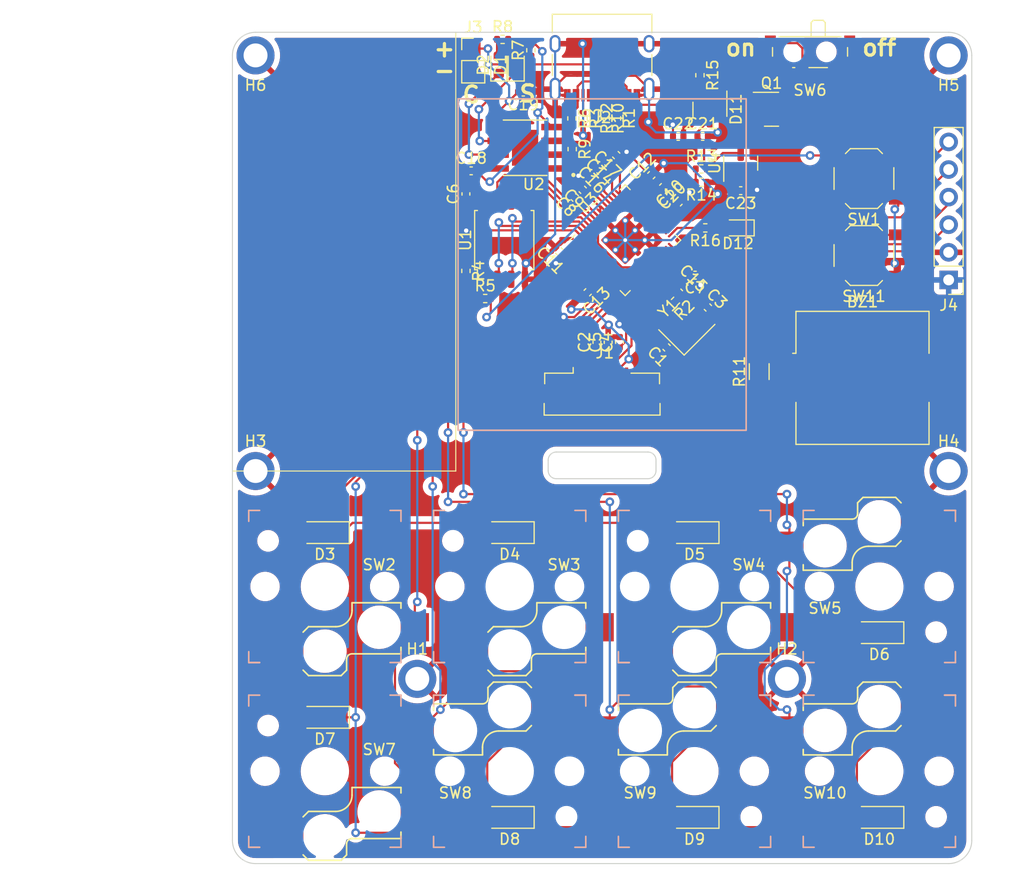
<source format=kicad_pcb>
(kicad_pcb (version 20211014) (generator pcbnew)
  (layers (0 "F.Cu" signal) (31 "B.Cu" signal) (34 "B.Paste" user) (35 "F.Paste" user) (36 "B.SilkS" user "B.Silkscreen") (37 "F.SilkS" user "F.Silkscreen") (38 "B.Mask" user) (39 "F.Mask" user) (44 "Edge.Cuts" user))
  (net 0 "")
  (net 1 "Net-(BZ1-Pad1)")
  (net 2 "GND")
  (net 3 "XIN")
  (net 4 "Net-(C3-Pad1)")
  (net 5 "+3V3")
  (net 6 "+1V1")
  (net 7 "Net-(C18-Pad2)")
  (net 8 "+BATT")
  (net 9 "ADC_BAT")
  (net 10 "Net-(D1-Pad1)")
  (net 11 "Net-(D1-Pad2)")
  (net 12 "Net-(D2-Pad1)")
  (net 13 "Net-(D2-Pad2)")
  (net 14 "Net-(D3-Pad2)")
  (net 15 "Net-(D4-Pad2)")
  (net 16 "Net-(D5-Pad2)")
  (net 17 "Net-(D6-Pad2)")
  (net 18 "Net-(D7-Pad2)")
  (net 19 "Net-(D8-Pad2)")
  (net 20 "Net-(D9-Pad2)")
  (net 21 "Net-(D10-Pad2)")
  (net 23 "VBUS")
  (net 24 "SPI1_SCK{slash}SHARP_SCK")
  (net 25 "SPI1_TX{slash}SHARP_MOSI")
  (net 26 "SHARP_CS")
  (net 27 "SHARP_VCOM")
  (net 28 "SHARP_EXTMODE")
  (net 29 "Net-(J2-PadA5)")
  (net 30 "D+")
  (net 31 "D-")
  (net 33 "Net-(J2-PadB5)")
  (net 35 "Net-(Q1-Pad3)")
  (net 36 "XOUT")
  (net 37 "QSPI_SS")
  (net 38 "/~{USB_BOOT}")
  (net 39 "Net-(J2-PadA6)")
  (net 40 "Net-(J2-PadA7)")
  (net 41 "ROW_0")
  (net 42 "ROW_1")
  (net 43 "COL_0")
  (net 44 "COL_1")
  (net 45 "/~{RESET}")
  (net 46 "QSPI_SD1")
  (net 47 "QSPI_SD2")
  (net 48 "QSPI_SD0")
  (net 49 "QSPI_SCLK")
  (net 50 "QSPI_SD3")
  (net 62 "COL_2")
  (net 63 "COL_3")
  (net 64 "SWD")
  (net 65 "SWCLK")
  (net 66 "BUZZ")
  (net 67 "Net-(D12-Pad2)")
  (net 68 "LED")
  (net 73 "Net-(R9-Pad2)")
  (net 75 "Net-(C21-Pad1)")
  (net 76 "UART0_TX")
  (net 77 "UART0_RX")
  (footprint "Resistor_SMD:R_0402_1005Metric" (layer "F.Cu") (at 43.975 20.675 -90)
    (fp_text reference "R6")
    (fp_text value "0.4")
  )
  (footprint "Resistor_SMD:R_0402_1005Metric" (layer "F.Cu") (at 47.05 20.675 -90)
    (fp_text reference "R10")
    (fp_text value "27")
  )
  (footprint "Capacitor_SMD:C_0402_1005Metric" (layer "F.Cu") (at 54.325 36.2 -45)
    (fp_text reference "C15")
    (fp_text value "0.1u")
  )
  (footprint "Capacitor_SMD:C_0402_1005Metric" (layer "F.Cu") (at 53.75 22.325)
    (fp_text reference "C22")
    (fp_text value "1u")
  )
  (footprint "Button_Switch_SMD:SW_SPST_TL3342" (layer "F.Cu") (at 70.8333 26.208321 180)
    (fp_text reference "SW1")
    (fp_text value "SW_Push")
  )
  (footprint "Capacitor_SMD:C_0402_1005Metric" (layer "F.Cu") (at 56.481094 38.075018 -45)
    (fp_text reference "C3")
    (fp_text value "30p")
  )
  (footprint "Capacitor_SMD:C_0402_1005Metric" (layer "F.Cu") (at 47.325 24.775 135)
    (fp_text reference "C14")
    (fp_text value "0.1u")
  )
  (footprint "Capacitor_SMD:C_0402_1005Metric" (layer "F.Cu") (at 45.425 36.675 -135)
    (fp_text reference "C13")
    (fp_text value "0.1u")
  )
  (footprint "MountingHole:MountingHole_2.2mm_M2_ISO7380_Pad" (layer "F.Cu") (at 14.874993 53.124975)
    (fp_text reference "H3")
    (fp_text value "MountingHole_Pad")
  )
  (footprint "Capacitor_SMD:C_0402_1005Metric" (layer "F.Cu") (at 39.5 18.25 180)
    (fp_text reference "C19")
    (fp_text value "10u")
  )
  (footprint "Connector_PinHeader_2.00mm:PinHeader_1x02_P2.00mm_Vertical" (layer "F.Cu") (at 34.9 14.35)
    (fp_text reference "J3")
    (fp_text value "Conn_01x02_Female")
  )
  (footprint "Resistor_SMD:R_0402_1005Metric" (layer "F.Cu") (at 40.2 14.4 90)
    (fp_text reference "R7")
    (fp_text value "1k")
  )
  (footprint "Connector_FFC-FPC:Molex_54548-1071_1x10-1MP_P0.5mm_Horizontal" (layer "F.Cu") (at 46.75 45.125)
    (fp_text reference "J1")
    (fp_text value "Conn_01x10_Female")
  )
  (footprint "Capacitor_SMD:C_0402_1005Metric" (layer "F.Cu") (at 48.05 24.05 135)
    (fp_text reference "C17")
    (fp_text value "1u")
  )
  (footprint "MountingHole:MountingHole_2.2mm_M2_ISO7380_Pad" (layer "F.Cu") (at 78.624963 53.124975)
    (fp_text reference "H4")
    (fp_text value "MountingHole_Pad")
  )
  (footprint "Package_TO_SOT_SMD:SOT-23" (layer "F.Cu") (at 59.499972 24.791655 90)
    (fp_text reference "U4")
    (fp_text value "XC6206PxxxMR")
  )
  (footprint "Resistor_SMD:R_0402_1005Metric" (layer "F.Cu") (at 48.075 20.675 -90)
    (fp_text reference "R1")
    (fp_text value "5.1k")
  )
  (footprint "Diode_SMD:D_SOD-123" (layer "F.Cu") (at 55.249974 84.99996 180)
    (fp_text reference "D9")
    (fp_text value "D")
  )
  (footprint "Diode_SMD:D_SOD-123" (layer "F.Cu") (at 55.249974 58.791639 180)
    (fp_text reference "D5")
    (fp_text value "D")
  )
  (footprint "Resistor_SMD:R_0402_1005Metric" (layer "F.Cu") (at 53.497734 37.5 -135)
    (fp_text reference "R2")
    (fp_text value "1k")
  )
  (footprint "Diode_SMD:D_SOD-123" (layer "F.Cu") (at 21.24999 75.791631 180)
    (fp_text reference "D7")
    (fp_text value "D")
  )
  (footprint "Capacitor_SMD:C_0402_1005Metric" (layer "F.Cu") (at 59.5 27.325 180)
    (fp_text reference "C23")
    (fp_text value "10u")
  )
  (footprint "Capacitor_SMD:C_0402_1005Metric" (layer "F.Cu") (at 34.225 27.624987 90)
    (fp_text reference "C6")
    (fp_text value "0.1u")
  )
  (footprint "Capacitor_SMD:C_0402_1005Metric" (layer "F.Cu") (at 53.775 28.4 45)
    (fp_text reference "C10")
    (fp_text value "0.1u")
  )
  (footprint "Resistor_SMD:R_0402_1005Metric" (layer "F.Cu") (at 56.24 30.75 180)
    (fp_text reference "R16")
    (fp_text value "1k")
  )
  (footprint "LED_SMD:LED_0603_1608Metric" (layer "F.Cu") (at 59.25 30.75 180)
    (fp_text reference "D12")
    (fp_text value "LED_Green")
  )
  (footprint "Diode_SMD:D_SOD-123" (layer "F.Cu") (at 21.24999 58.791639 180)
    (fp_text reference "D3")
    (fp_text value "D")
  )
  (footprint "Button_Switch_SMD:SW_SPDT_PCM12" (layer "F.Cu") (at 65.874969 14.874993 180)
    (fp_text reference "SW6")
    (fp_text value "SW_Push_SPDT")
  )
  (footprint "Capacitor_SMD:C_0402_1005Metric" (layer "F.Cu") (at 34.708317 25.499988)
    (fp_text reference "C18")
    (fp_text value "10u")
  )
  (footprint "Capacitor_SMD:C_0402_1005Metric" (layer "F.Cu") (at 55.3 35.1 180)
    (fp_text reference "C7")
    (fp_text value "0.1u")
  )
  (footprint "Capacitor_SMD:C_0402_1005Metric" (layer "F.Cu") (at 51.275 25.9 45)
    (fp_text reference "C12")
    (fp_text value "0.1u")
  )
  (footprint "MountingHole:MountingHole_2.2mm_M2_ISO7380_Pad" (layer "F.Cu") (at 63.74997 72.249966)
    (fp_text reference "H2")
    (fp_text value "MountingHole_Pad")
  )
  (footprint "Resistor_SMD:R_0402_1005Metric" (layer "F.Cu") (at 55.875 26.55 180)
    (fp_text reference "R14")
    (fp_text value "470k")
  )
  (footprint "LED_SMD:LED_0603_1608Metric" (layer "F.Cu") (at 38.85 15.75 90)
    (fp_text reference "D1")
    (fp_text value "LED_Green")
  )
  (footprint "Resistor_SMD:R_1206_3216Metric" (layer "F.Cu") (at 61.2 43.975 90)
    (fp_text reference "R11")
    (fp_text value "1k")
  )
  (footprint "Capacitor_SMD:C_0402_1005Metric" (layer "F.Cu") (at 47.308311 41.275 90)
    (fp_text reference "C5")
    (fp_text value "1u")
  )
  (footprint "Diode_SMD:D_SOD-123" (layer "F.Cu") (at 38.249982 58.791639 180)
    (fp_text reference "D4")
    (fp_text value "D")
  )
  (footprint "Connector_USB:USB_C_Receptacle_XKB_U262-16XN-4BVC11" (layer "F.Cu") (at 46.749978 14.874993 180)
    (fp_text reference "J2")
    (fp_text value "USB_C_Receptacle_USB2.0")
  )
  (footprint "Capacitor_SMD:C_0402_1005Metric" (layer "F.Cu") (at 44.24 27.97 135)
    (fp_text reference "C8")
    (fp_text value "0.1u")
  )
  (footprint "Package_TO_SOT_SMD:SOT-23" (layer "F.Cu") (at 56.66664 19.833324 -90)
    (fp_text reference "D11")
    (fp_text value "BAT54C")
  )
  (footprint "Resistor_SMD:R_0402_1005Metric" (layer "F.Cu") (at 46.025 20.675 -90)
    (fp_text reference "R12")
    (fp_text value "27")
  )
  (footprint "Buzzer_Beeper:Buzzer_Murata_PKLCS1212E" (layer "F.Cu") (at 70.7 44.55)
    (fp_text reference "BZ1")
    (fp_text value "Buzzer")
  )
  (footprint "MountingHole:MountingHole_2.2mm_M2_ISO7380_Pad" (layer "F.Cu") (at 29.749986 72.249966)
    (fp_text reference "H1")
    (fp_text value "MountingHole_Pad")
  )
  (footprint "Resistor_SMD:R_0402_1005Metric" (layer "F.Cu") (at 55.75 16.7 -90)
    (fp_text reference "R15")
    (fp_text value "10k")
  )
  (footprint "Resistor_SMD:R_0402_1005Metric" (layer "F.Cu") (at 36 37.25)
    (fp_text reference "R5")
    (fp_text value "1k")
  )
  (footprint "Capacitor_SMD:C_0402_1005Metric" (layer "F.Cu") (at 56 22.325)
    (fp_text reference "C21")
    (fp_text value "1u")
  )
  (footprint "Resistor_SMD:R_0402_1005Metric" (layer "F.Cu") (at 44 23.5 -90)
    (fp_text reference "R9")
    (fp_text value "10k")
  )
  (footprint "Button_Switch_SMD:SW_SPST_TL3342" (layer "F.Cu") (at 70.8333 33.291651 180)
    (fp_text reference "SW11")
    (fp_text value "SW_Push")
  )
  (footprint "Package_TO_SOT_SMD:SOT-23" (layer "F.Cu") (at 62.333304 19.833324)
    (fp_text reference "Q1")
    (fp_text value "AO3401A")
  )
  (footprint "Resistor_SMD:R_0402_1005Metric" (layer "F.Cu") (at 37.6 13.4)
    (fp_text reference "R8")
    (fp_text value "1k")
  )
  (footprint "Resistor_SMD:R_0402_1005Metric" (layer "F.Cu") (at 45 20.675 -90)
    (fp_text reference "R3")
    (fp_text value "5.1k")
  )
  (footprint "Package_SO:SOIC-8_5.23x5.23mm_P1.27mm" (layer "F.Cu") (at 37.75 31.874985 90)
    (fp_text reference "U1")
    (fp_text value "W25Q128JVS")
  )
  (footprint "Capacitor_SMD:C_0402_1005Metric" (layer "F.Cu") (at 44.965 27.245 135)
    (fp_text reference "C9")
    (fp_text value "0.1u")
  )
  (footprint "MCU_RaspberryPi_and_Boards:RP2040-QFN-56" (layer "F.Cu") (at 48.874977 31.874985 45)
    (fp_text reference "U3")
    (fp_text value "RP2040")
  )
  (footprint "Resistor_SMD:R_0402_1005Metric" (layer "F.Cu") (at 55.875 25.325)
    (fp_text reference "R13")
    (fp_text value "470k")
  )
  (footprint "Capacitor_SMD:C_0402_1005Metric" (layer "F.Cu") (at 52.681094 41.750018 135)
    (fp_text reference "C1")
    (fp_text value "30p")
  )
  (footprint "Capacitor_SMD:C_0402_1005Metric" (layer "F.Cu") (at 42.8 32.9 135)
    (fp_text reference "C11")
    (fp_text value "0.1u")
  )
  (footprint "Capacitor_SMD:C_0402_1005Metric" (layer "F.Cu") (at 52.375 27 -135)
    (fp_text reference "C20")
    (fp_text value "0.1u")
  )
  (footprint "TP4056:SOP127P600X175-9N" (layer "F.Cu") (at 39.666648 23.374989 180)
    (fp_text reference "U2")
    (fp_text value "TP4056")
  )
  (footprint "Crystal:Crystal_SMD_3225-4Pin_3.2x2.5mm" (layer "F.Cu") (at 54.543876 39.876777 45)
    (fp_text reference "Y1")
    (fp_text value "Crystal_GND24_Small")
  )
  (footprint "LED_SMD:LED_0603_1608Metric" (layer "F.Cu") (at 37.25 15.75 90)
    (fp_text reference "D2")
    (fp_text value "LED_Red")
  )
  (footprint "Resistor_SMD:R_0402_1005Metric" (layer "F.Cu") (at 34.225 34.708317 -90)
    (fp_text reference "R4")
    (fp_text value "DNF")
  )
  (footprint "Diode_SMD:D_SOD-123" (layer "F.Cu") (at 72.249966 67.999968 180)
    (fp_text reference "D6")
    (fp_text value "D")
  )
  (footprint "Diode_SMD:D_SOD-123" (layer "F.Cu") (at 38.249982 84.99996 180)
    (fp_text reference "D8")
    (fp_text value "D")
  )
  (footprint "Connector_PinHeader_2.54mm:PinHeader_1x06_P2.54mm_Vertical" (layer "F.Cu") (at 78.624963 35.538319 180)
    (fp_text reference "J4")
    (fp_text value "Conn_01x06_Female")
  )
  (footprint "Capacitor_SMD:C_0402_1005Metric" (layer "F.Cu") (at 48.35 41.275 90)
    (fp_text reference "C4")
    (fp_text value "1u")
  )
  (footprint "MountingHole:MountingHole_2.2mm_M2_ISO7380_Pad" (layer "F.Cu") (at 78.624963 14.874993 180)
    (fp_text reference "H5")
    (fp_text value "MountingHole_Pad")
  )
  (footprint "Capacitor_SMD:C_0402_1005Metric" (layer "F.Cu") (at 46.275 41.275 90)
    (fp_text reference "C2")
    (fp_text value "0.1u")
  )
  (footprint "MountingHole:MountingHole_2.2mm_M2_ISO7380_Pad" (layer "F.Cu") (at 14.874993 14.874993 180)
    (fp_text reference "H6")
    (fp_text value "MountingHole_Pad")
  )
  (footprint "Diode_SMD:D_SOD-123" (layer "F.Cu") (at 72.249966 84.99996 180)
    (fp_text reference "D10")
    (fp_text value "D")
  )
  (footprint "Capacitor_SMD:C_0402_1005Metric" (layer "F.Cu") (at 46.6 25.5 135)
    (fp_text reference "C16")
    (fp_text value "1u")
  )
  (footprint "keyswitches:Kailh_socket_PG1350" (layer "B.Cu") (at 72.249966 80.749962)
    (fp_text reference "SW10")
    (fp_text value "Choc")
  )
  (footprint "keyswitches:Kailh_socket_PG1350" (layer "B.Cu") (at 21.24999 80.749962 180)
    (fp_text reference "SW7")
    (fp_text value "Choc")
  )
  (footprint "keyswitches:Kailh_socket_PG1350" (layer "B.Cu") (at 72.249966 63.74997)
    (fp_text reference "SW5")
    (fp_text value "Choc")
  )
  (footprint "keyswitches:Kailh_socket_PG1350" (layer "B.Cu") (at 38.249982 63.74997 180)
    (fp_text reference "SW3")
    (fp_text value "Choc")
  )
  (footprint "keyswitches:Kailh_socket_PG1350" (layer "B.Cu") (at 55.249974 80.749962)
    (fp_text reference "SW9")
    (fp_text value "Choc")
  )
  (footprint "keyswitches:Kailh_socket_PG1350" (layer "B.Cu") (at 38.249982 80.749962)
    (fp_text reference "SW8")
    (fp_text value "Choc")
  )
  (footprint "keyswitches:Kailh_socket_PG1350" (layer "B.Cu") (at 21.24999 63.74997 180)
    (fp_text reference "SW2")
    (fp_text value "Choc")
  )
  (footprint "keyswitches:Kailh_socket_PG1350" (layer "B.Cu") (at 55.249974 63.74997 180)
    (fp_text reference "SW4")
    (fp_text value "Choc")
  )
  (gr_rect (start 33.5 49.375) (end 60 18.875) (layer "B.SilkS") (width 0.15) (fill none))
  (gr_line (start 33.291651 12.749994) (end 33.291651 53.124975) (layer "F.SilkS") (width 0.1))
  (gr_line (start 33.291651 53.124975) (end 12.749994 53.124975) (layer "F.SilkS") (width 0.1))
  (gr_line (start 80.749962 87.124959) (end 80.749962 14.874993) (layer "Edge.Cuts") (width 0.1))
  (gr_arc (start 80.749962 87.124959) (mid 80.127564 88.62756) (end 78.624963 89.249958) (layer "Edge.Cuts") (width 0.1))
  (gr_arc (start 42.541647 53.833308) (mid 42.011317 53.613638) (end 41.791647 53.083308) (layer "Edge.Cuts") (width 0.1))
  (gr_arc (start 14.874993 89.249958) (mid 13.372392 88.62756) (end 12.749994 87.124959) (layer "Edge.Cuts") (width 0.1))
  (gr_line (start 14.874993 12.749994) (end 78.624963 12.749994) (layer "Edge.Cuts") (width 0.1))
  (gr_line (start 14.874993 89.249958) (end 78.624963 89.249958) (layer "Edge.Cuts") (width 0.1))
  (gr_arc (start 51.708309 53.083308) (mid 51.488639 53.613638) (end 50.958309 53.833308) (layer "Edge.Cuts") (width 0.1))
  (gr_arc (start 50.958309 51.375) (mid 51.488639 51.59467) (end 51.708309 52.125) (layer "Edge.Cuts") (width 0.1))
  (gr_arc (start 12.749994 14.874993) (mid 13.372392 13.372392) (end 14.874993 12.749994) (layer "Edge.Cuts") (width 0.1))
  (gr_arc (start 78.624963 12.749994) (mid 80.127564 13.372392) (end 80.749962 14.874993) (layer "Edge.Cuts") (width 0.1))
  (gr_line (start 41.791647 53.083308) (end 41.791647 52.125) (layer "Edge.Cuts") (width 0.1))
  (gr_line (start 42.541647 51.375) (end 50.958309 51.375) (layer "Edge.Cuts") (width 0.1))
  (gr_line (start 12.749994 14.874993) (end 12.749994 87.124959) (layer "Edge.Cuts") (width 0.1))
  (gr_arc (start 41.791647 52.125) (mid 42.011317 51.59467) (end 42.541647 51.375) (layer "Edge.Cuts") (width 0.1))
  (gr_line (start 50.958309 53.833308) (end 42.541647 53.833308) (layer "Edge.Cuts") (width 0.1))
  (gr_line (start 51.708309 53.083308) (end 51.708309 52.125) (layer "Edge.Cuts") (width 0.1))
  (gr_text "off" (at 72.249966 14.16666) (layer "F.SilkS") (effects (font (size 1.5 1.5) (thickness 0.3))))
  (gr_text "+" (at 32.25 14.25) (layer "F.SilkS") (effects (font (size 1.5 1.5) (thickness 0.3)) (justify mirror)))
  (gr_text "S" (at 39.9 18.4) (layer "F.SilkS") (effects (font (size 1.5 1.5) (thickness 0.3))))
  (gr_text "-" (at 32.25 16.25) (layer "F.SilkS") (effects (font (size 1.5 1.5) (thickness 0.3)) (justify mirror)))
  (gr_text "C" (at 34.7 18.5) (layer "F.SilkS") (effects (font (size 1.5 1.5) (thickness 0.3))))
  (gr_text "on" (at 59.499972 14.16666) (layer "F.SilkS") (effects (font (size 1.5 1.5) (thickness 0.3))))
  (segment (start 61.2 45.4375) (end 62.0875 44.55) (width 0.2) (layer "F.Cu") (net 1))
  (segment (start 62.0875 44.55) (end 65.1 44.55) (width 0.2) (layer "F.Cu") (net 1))
  (segment (start 53.165018 40.053554) (end 53.165018 40.587272) (width 0.2) (layer "F.Cu") (net 2))
  (segment (start 49.863903 16.75) (end 51.069978 17.956075) (width 0.2) (layer "F.Cu") (net 2))
  (segment (start 51.647708 25.560589) (end 52.416642 24.791655) (width 0.2) (layer "F.Cu") (net 2))
  (segment (start 50.815 21.185) (end 51 21) (width 0.2) (layer "F.Cu") (net 2))
  (segment (start 43.905581 26.905589) (end 43.426168 26.426176) (width 0.2) (layer "F.Cu") (net 2))
  (segment (start 73.666632 33.999984) (end 73.666632 34.874983) (width 0.2) (layer "F.Cu") (net 2))
  (segment (start 50.099978 18.544993) (end 50.504978 18.544993) (width 0.2) (layer "F.Cu") (net 2))
  (segment (start 49 44.1) (end 48.5 44.1) (width 0.2) (layer "F.Cu") (net 2))
  (segment (start 55.9 36.9) (end 56.8 36) (width 0.2) (layer "F.Cu") (net 2))
  (segment (start 55.025 36.9) (end 55.9 36.9) (width 0.2) (layer "F.Cu") (net 2))
  (segment (start 43.916646 38.183354) (end 45.085589 37.014411) (width 0.2) (layer "F.Cu") (net 2))
  (segment (start 47.710589 23.710589) (end 46.260589 25.160589) (width 0.2) (layer "F.Cu") (net 2))
  (segment (start 40.250007 17.979993) (end 42.429978 17.979993) (width 0.2) (layer "F.Cu") (net 2))
  (segment (start 44.625589 24.318915) (end 44.034748 24.909757) (width 0.2) (layer "F.Cu") (net 2))
  (segment (start 42.429978 17.729993) (end 43.409971 16.75) (width 0.2) (layer "F.Cu") (net 2))
  (segment (start 45 21.185) (end 45 22.25) (width 0.2) (layer "F.Cu") (net 2))
  (segment (start 48.5 43.525819) (end 49.200408 42.825411) (width 0.2) (layer "F.Cu") (net 2))
  (segment (start 39.98 18.25) (end 40.250007 17.979993) (width 0.2) (layer "F.Cu") (net 2))
  (segment (start 47.308311 40.795) (end 47.308311 39.719466) (width 0.2) (layer "F.Cu") (net 2))
  (segment (start 43.426168 25.282133) (end 43.798544 24.909757) (width 0.2) (layer "F.Cu") (net 2))
  (segment (start 43.916646 38.249982) (end 43.916646 38.183354) (width 0.2) (layer "F.Cu") (net 2))
  (segment (start 55.75 16.19) (end 53.960007 17.979993) (width 0.2) (layer "F.Cu") (net 2))
  (segment (start 42.429978 17.979993) (end 42.429978 17.729993) (width 0.2) (layer "F.Cu") (net 2))
  (segment (start 53.960007 17.979993) (end 51.069978 17.979993) (width 0.2) (layer "F.Cu") (net 2))
  (segment (start 42.429978 13.799993) (end 44.950007 13.799993) (width 0.2) (layer "F.Cu") (net 2))
  (segment (start 67.6833 28.108321) (end 73.9833 28.108321) (width 0.2) (layer "F.Cu") (net 2))
  (segment (start 44.950007 13.799993) (end 51.069978 13.799993) (width 0.2) (layer "F.Cu") (net 2))
  (segment (start 45 23.326674) (end 44.625589 23.701085) (width 0.2) (layer "F.Cu") (net 2))
  (segment (start 42.994978 18.544993) (end 42.429978 17.979993) (width 0.2) (layer "F.Cu") (net 2))
  (segment (start 45 22.25) (end 45 23.326674) (width 0.2) (layer "F.Cu") (net 2))
  (segment (start 55.018225 28.964403) (end 55.172724 28.964403) (width 0.2) (layer "F.Cu") (net 2))
  (segment (start 55.922734 39.7) (end 55.922734 39.3122) (width 0.2) (layer "F.Cu") (net 2))
  (segment (start 53.165018 40.587272) (end 52.341683 41.410607) (width 0.2) (layer "F.Cu") (net 2))
  (segment (start 73.9833 28.724985) (end 73.666632 29.041653) (width 0.2) (layer "F.Cu") (net 2))
  (segment (start 54.664411 36.539411) (end 55.025 36.9) (width 0.2) (layer "F.Cu") (net 2))
  (segment (start 44.625589 23.701085) (end 44.625589 24.318915) (width 0.2) (layer "F.Cu") (net 2))
  (segment (start 56.48 22.325) (end 57.008296 22.325) (width 0.2) (layer "F.Cu") (net 2))
  (segment (start 73.666632 34.874983) (end 73.9833 35.191651) (width 0.2) (layer "F.Cu") (net 2))
  (segment (start 51.614411 25.560589) (end 51.647708 25.560589) (width 0.2) (layer "F.Cu") (net 2))
  (segment (start 48.35 40.795) (end 47.308311 40.795) (width 0.2) (layer "F.Cu") (net 2))
  (segment (start 39.655 34.095) (end 39.75 34) (width 0.2) (layer "F.Cu") (net 2))
  (segment (start 50.59855 35.012771) (end 51.479062 35.893283) (width 0.2) (layer "F.Cu") (net 2))
  (segment (start 55.172724 28.964403) (end 56.385 27.752128) (width 0.2) (layer "F.Cu") (net 2))
  (segment (start 51.479062 38.367598) (end 53.165018 40.053554) (width 0.2) (layer "F.Cu") (net 2))
  (segment (start 51.069978 17.956075) (end 51.069978 17.979993) (width 0.2) (layer "F.Cu") (net 2))
  (segment (start 73.9833 28.108321) (end 73.9833 28.724985) (width 0.2) (layer "F.Cu") (net 2))
  (segment (start 47.308311 40.795) (end 46.275 40.795) (width 0.2) (layer "F.Cu") (net 2))
  (segment (start 55.922734 39.3122) (end 56.820505 38.414429) (width 0.2) (layer "F.Cu") (net 2))
  (segment (start 57.374973 26.904154) (end 58.549972 25.729155) (width 0.2) (layer "F.Cu") (net 2))
  (segment (start 43.409971 16.75) (end 49.863903 16.75) (width 0.2) (layer "F.Cu") (net 2))
  (segment (start 43.798544 24.909757) (end 44.034748 24.909757) (width 0.2) (layer "F.Cu") (net 2))
  (segment (start 56.8 36) (end 55.9 35.1) (width 0.2) (layer "F.Cu") (net 2))
  (segment (start 43.399978 18.544993) (end 42.994978 18.544993) (width 0.2) (layer "F.Cu") (net 2))
  (segment (start 56.385 27.752128) (end 56.385 26.55) (width 0.2) (layer "F.Cu") (net 2))
  (segment (start 44.625589 26.905589) (end 43.905581 26.905589) (width 0.2) (layer "F.Cu") (net 2))
  (segment (start 50.504978 18.544993) (end 51.069978 17.979993) (width 0.2) (layer "F.Cu") (net 2))
  (segment (start 48.075 23.346178) (end 47.710589 23.710589) (width 0.2) (layer "F.Cu") (net 2))
  (segment (start 57.008296 22.325) (end 57.374973 21.958323) (width 0.2) (layer "F.Cu") (net 2))
  (segment (start 48.5 44.1) (end 48.5 43.525819) (width 0.2) (layer "F.Cu") (net 2))
  (segment (start 39.655 35.474985) (end 39.655 34.095) (width 0.2) (layer "F.Cu") (net 2))
  (segment (start 43.426168 26.426176) (end 43.426168 25.282133) (width 0.2) (layer "F.Cu") (net 2))
  (segment (start 57.374973 27.624987) (end 57.374973 26.904154) (width 0.2) (layer "F.Cu") (net 2))
  (segment (start 54.114411 28.060589) (end 55.018225 28.964403) (width 0.2) (layer "F.Cu") (net 2))
  (segment (start 51.479062 35.893283) (end 51.479062 38.367598) (width 0.2) (layer "F.Cu") (net 2))
  (segment (start 47.308311 39.719466) (end 47.353278 39.674499) (width 0.2) (layer "F.Cu") (net 2))
  (segment (start 55.9 35.1) (end 55.78 35.1) (width 0.2) (layer "F.Cu") (net 2))
  (segment (start 48.075 21.185) (end 50.815 21.185) (width 0.2) (layer "F.Cu") (net 2))
  (segment (start 48.075 21.185) (end 48.075 23.346178) (width 0.2) (layer "F.Cu") (net 2))
  (via (at 44.950007 13.799993) (size 0.8) (drill 0.4) (layers "F.Cu" "B.Cu") (net 2))
  (via (at 57.374973 27.624987) (size 0.8) (drill 0.4) (layers "F.Cu" "B.Cu") (net 2))
  (via (at 73.666632 29.041653) (size 0.8) (drill 0.4) (layers "F.Cu" "B.Cu") (net 2))
  (via (at 52.416642 24.791655) (size 0.8) (drill 0.4) (layers "F.Cu" "B.Cu") (net 2))
  (via (at 73.666632 33.999984) (size 0.8) (drill 0.4) (layers "F.Cu" "B.Cu") (net 2))
  (via (at 45 22.25) (size 0.8) (drill 0.4) (layers "F.Cu" "B.Cu") (net 2))
  (via (at 51 21) (size 0.8) (drill 0.4) (layers "F.Cu" "B.Cu") (net 2))
  (via (at 43.916646 38.249982) (size 0.8) (drill 0.4) (layers "F.Cu" "B.Cu") (net 2))
  (via (at 57.374973 21.958323) (size 0.8) (drill 0.4) (layers "F.Cu" "B.Cu") (net 2))
  (via (at 39.75 34) (size 0.8) (drill 0.4) (layers "F.Cu" "B.Cu") (net 2))
  (via (at 49.200408 42.825411) (size 0.8) (drill 0.4) (layers "F.Cu" "B.Cu") (net 2))
  (via (at 47.353278 39.674499) (size 0.8) (drill 0.4) (layers "F.Cu" "B.Cu") (net 2))
  (segment (start 49.200408 42.825411) (end 49.200408 41.521629) (width 0.2) (layer "B.Cu") (net 2))
  (segment (start 51 21.250014) (end 51 21) (width 0.2) (layer "B.Cu") (net 2))
  (segment (start 42.429978 31.320022) (end 42.429978 17.979993) (width 0.2) (layer "B.Cu") (net 2))
  (segment (start 57.374973 21.958323) (end 51.708309 21.958323) (width 0.2) (layer "B.Cu") (net 2))
  (segment (start 39.75 34) (end 42.429978 31.320022) (width 0.2) (layer "B.Cu") (net 2))
  (segment (start 73.666632 29.041653) (end 73.666632 33.999984) (width 0.2) (layer "B.Cu") (net 2))
  (segment (start 48.874977 31.874985) (end 49.776538 30.973424) (width 0.2) (layer "B.Cu") (net 2))
  (segment (start 48.874977 31.874985) (end 53.124975 31.874985) (width 0.2) (layer "B.Cu") (net 2))
  (segment (start 45 13.849986) (end 44.950007 13.799993) (width 0.2) (layer "B.Cu") (net 2))
  (segment (start 51.069978 20.930022) (end 51.069978 17.979993) (width 0.2) (layer "B.Cu") (net 2))
  (segment (start 48.874977 31.874985) (end 47.973416 30.973424) (width 0.2) (layer "B.Cu") (net 2))
  (segment (start 47.353278 39.674499) (end 45.928761 38.249982) (width 0.2) (layer "B.Cu") (net 2))
  (segment (start 49.200408 41.521629) (end 47.353278 39.674499) (width 0.2) (layer "B.Cu") (net 2))
  (segment (start 45.928761 38.249982) (end 43.916646 38.249982) (width 0.2) (layer "B.Cu") (net 2))
  (segment (start 48.874977 31.874985) (end 47.973416 32.776546) (width 0.2) (layer "B.Cu") (net 2))
  (segment (start 53.124975 31.874985) (end 57.374973 27.624987) (width 0.2) (layer "B.Cu") (net 2))
  (segment (start 48.874977 31.874985) (end 48.874977 33.678107) (width 0.2) (layer "B.Cu") (net 2))
  (segment (start 42.429978 13.799993) (end 42.429978 17.979993) (width 0.2) (layer "B.Cu") (net 2))
  (segment (start 51 21) (end 51.069978 20.930022) (width 0.2) (layer "B.Cu") (net 2))
  (segment (start 51.708309 21.958323) (end 51 21.250014) (width 0.2) (layer "B.Cu") (net 2))
  (segment (start 48.874977 31.874985) (end 48.874977 30.071863) (width 0.2) (layer "B.Cu") (net 2))
  (segment (start 45 22.25) (end 45 13.849986) (width 0.2) (layer "B.Cu") (net 2))
  (segment (start 54.541641 24.791655) (end 57.374973 27.624987) (width 0.2) (layer "B.Cu") (net 2))
  (segment (start 52.416642 24.791655) (end 54.541641 24.791655) (width 0.2) (layer "B.Cu") (net 2))
  (segment (start 48.874977 31.874985) (end 49.776538 32.776546) (width 0.2) (layer "B.Cu") (net 2))
  (segment (start 48.874977 31.874985) (end 47.071855 31.874985) (width 0.2) (layer "B.Cu") (net 2))
  (segment (start 53.296063 38.825) (end 53.35 38.825) (width 0.2) (layer "F.Cu") (net 3))
  (segment (start 51.878582 35.727119) (end 51.878582 36.004385) (width 0.2) (layer "F.Cu") (net 3))
  (segment (start 52.476316 38.005253) (end 53.296063 38.825) (width 0.2) (layer "F.Cu") (net 3))
  (segment (start 53.020505 42.089429) (end 53.533305 42.089429) (width 0.2) (layer "F.Cu") (net 3))
  (segment (start 52.476316 36.602119) (end 52.476316 38.005253) (width 0.2) (layer "F.Cu") (net 3))
  (segment (start 51.878582 36.004385) (end 52.476316 36.602119) (width 0.2) (layer "F.Cu") (net 3))
  (segment (start 53.35 38.825) (end 54.383777 39.858777) (width 0.2) (layer "F.Cu") (net 3))
  (segment (start 50.881392 34.729929) (end 51.878582 35.727119) (width 0.2) (layer "F.Cu") (net 3))
  (segment (start 54.383777 41.238957) (end 54.367099 41.255635) (width 0.2) (layer "F.Cu") (net 3))
  (segment (start 53.533305 42.089429) (end 54.367099 41.255635) (width 0.2) (layer "F.Cu") (net 3))
  (segment (start 54.383777 39.858777) (end 54.383777 41.238957) (width 0.2) (layer "F.Cu") (net 3))
  (segment (start 53.858358 37.635624) (end 54.720653 38.497919) (width 0.2) (layer "F.Cu") (net 4))
  (segment (start 53.858358 37.139376) (end 53.858358 37.635624) (width 0.2) (layer "F.Cu") (net 4))
  (segment (start 54.720653 38.497919) (end 55.379371 38.497919) (width 0.2) (layer "F.Cu") (net 4))
  (segment (start 55.379371 38.497919) (end 56.141683 37.735607) (width 0.2) (layer "F.Cu") (net 4))
  (segment (start 50.935589 25.685589) (end 50.935589 26.239411) (width 0.2) (layer "F.Cu") (net 5))
  (segment (start 45.289125 27.569125) (end 45.289125 26.252507) (width 0.2) (layer "F.Cu") (net 5))
  (segment (start 47.308311 41.755) (end 48.35 41.755) (width 0.2) (layer "F.Cu") (net 5))
  (segment (start 47.664411 27.55315) (end 47.999932 27.888671) (width 0.2) (layer "F.Cu") (net 5))
  (segment (start 45.764411 36.335589) (end 45.827908 36.335589) (width 0.2) (layer "F.Cu") (net 5))
  (segment (start 34.25 34.173317) (end 34.225 34.198317) (width 0.2) (layer "F.Cu") (net 5))
  (segment (start 53.911142 27.401866) (end 54.69949 27.401866) (width 0.2) (layer "F.Cu") (net 5))
  (segment (start 53.27 22.325) (end 53.27 21.27) (width 0.2) (layer "F.Cu") (net 5))
  (segment (start 48.389411 27.499192) (end 48.282775 27.605828) (width 0.2) (layer "F.Cu") (net 5))
  (segment (start 44.60582 32.467187) (end 43.911635 32.467187) (width 0.2) (layer "F.Cu") (net 5))
  (segment (start 47.308311 41.755) (end 46.275 41.755) (width 0.25) (layer "F.Cu") (net 5))
  (segment (start 34.25 31) (end 34.25 34.173317) (width 0.2) (layer "F.Cu") (net 5))
  (segment (start 48.389411 24.389411) (end 48.389411 27.499192) (width 0.2) (layer "F.Cu") (net 5))
  (segment (start 49 23.75) (end 50.935589 25.685589) (width 0.2) (layer "F.Cu") (net 5))
  (segment (start 45.828586 36.335589) (end 47.151404 35.012771) (width 0.2) (layer "F.Cu") (net 5))
  (segment (start 53.27 21.27) (end 53.25 21.25) (width 0.2) (layer "F.Cu") (net 5))
  (segment (start 48.389411 24.389411) (end 48.389411 24.360589) (width 0.2) (layer "F.Cu") (net 5))
  (segment (start 59.98 27.325) (end 60.925 27.325) (width 0.2) (layer "F.Cu") (net 5))
  (segment (start 46.585719 28.865719) (end 45.304411 27.584411) (width 0.2) (layer "F.Cu") (net 5))
  (segment (start 45.764411 36.335589) (end 45.828586 36.335589) (width 0.2) (layer "F.Cu") (net 5))
  (segment (start 47.664411 25.114411) (end 48.389411 24.389411) (width 0.2) (layer "F.Cu") (net 5))
  (segment (start 50.935589 26.239411) (end 50.833596 26.239411) (width 0.2) (layer "F.Cu") (net 5))
  (segment (start 53.424764 28.739411) (end 52.012763 30.151412) (width 0.2) (layer "F.Cu") (net 5))
  (segment (start 50.833596 26.239411) (end 49.467179 27.605828) (width 0.2) (layer "F.Cu") (net 5))
  (segment (start 48.35 41.755) (end 48.95952 41.14548) (width 0.2) (layer "F.Cu") (net 5))
  (segment (start 34.225 28.104987) (end 35.675002 28.104987) (width 0.2) (layer "F.Cu") (net 5))
  (segment (start 46.5 44.1) (end 46.5 41.98) (width 0.2) (layer "F.Cu") (net 5))
  (segment (start 53.985589 35.860589) (end 55.651089 35.860589) (width 0.2) (layer "F.Cu") (net 5))
  (segment (start 44.197572 38.958315) (end 43.208313 38.958315) (width 0.2) (layer "F.Cu") (net 5))
  (segment (start 45.764411 36.335589) (end 45.764411 37.391476) (width 0.2) (layer "F.Cu") (net 5))
  (segment (start 54.69949 27.401866) (end 54.773812 27.476188) (width 0.2) (layer "F.Cu") (net 5))
  (segment (start 60.449972 26.855028) (end 59.98 27.325) (width 0.2) (layer "F.Cu") (net 5))
  (segment (start 43.911635 32.467187) (end 43.139411 33.239411) (width 0.2) (layer "F.Cu") (net 5))
  (segment (start 46.5 41.98) (end 46.275 41.755) (width 0.2) (layer "F.Cu") (net 5))
  (segment (start 47 44.1) (end 47 42.063311) (width 0.2) (layer "F.Cu") (net 5))
  (segment (start 55.651089 35.860589) (end 55.8 36.0095) (width 0.2) (layer "F.Cu") (net 5))
  (segment (start 53.985589 35.860589) (end 53.144104 35.860589) (width 0.2) (layer "F.Cu") (net 5))
  (segment (start 48.95952 41.14548) (end 48.95952 40.20952) (width 0.2) (layer "F.Cu") (net 5))
  (segment (start 53.143424 35.860589) (end 53.985589 35.860589) (width 0.2) (layer "F.Cu") (net 5))
  (segment (start 53.435589 28.739411) (end 53.424764 28.739411) (width 0.2) (layer "F.Cu") (net 5))
  (segment (start 34.225 28.104987) (end 34.225 30.975) (width 0.2) (layer "F.Cu") (net 5))
  (segment (start 53.144104 35.860589) (end 51.071043 33.787528) (width 0.2) (layer "F.Cu") (net 5))
  (segment (start 45.304411 27.584411) (end 45.289125 27.569125) (width 0.2) (layer "F.Cu") (net 5))
  (segment (start 45.289125 26.252507) (end 44.986718 25.9501) (width 0.2) (layer "F.Cu") (net 5))
  (segment (start 51.447078 34.164243) (end 53.143424 35.860589) (width 0.2) (layer "F.Cu") (net 5))
  (segment (start 34.225 30.975) (end 34.25 31) (width 0.2) (layer "F.Cu") (net 5))
  (segment (start 47 42.063311) (end 47.308311 41.755) (width 0.2) (layer "F.Cu") (net 5))
  (segment (start 53.435589 27.877419) (end 53.911142 27.401866) (width 0.2) (layer "F.Cu") (net 5))
  (segment (start 48.389411 24.360589) (end 49 23.75) (width 0.2) (layer "F.Cu") (net 5))
  (segment (start 47.664411 25.114411) (end 47.664411 27.55315) (width 0.2) (layer "F.Cu") (net 5))
  (segment (start 43.139411 33.239411) (end 43.139411 33.360553) (width 0.2) (layer "F.Cu") (net 5))
  (segment (start 60.449972 25.729155) (end 60.449972 26.855028) (width 0.2) (layer "F.Cu") (net 5))
  (segment (start 48.95952 40.20952) (end 48.35 39.6) (width 0.2) (layer "F.Cu") (net 5))
  (segment (start 47.5 44.1) (end 47.5 42.605) (width 0.2) (layer "F.Cu") (net 5))
  (segment (start 43.139411 33.360553) (end 42.49998 33.999984) (width 0.2) (layer "F.Cu") (net 5))
  (segment (start 45.764411 37.391476) (end 44.197572 38.958315) (width 0.2) (layer "F.Cu") (net 5))
  (segment (start 60.925 27.325) (end 61 27.25) (width 0.2) (layer "F.Cu") (net 5))
  (segment (start 53.435589 28.739411) (end 53.435589 27.877419) (width 0.2) (layer "F.Cu") (net 5))
  (segment (start 35.675002 28.104987) (end 35.845 28.274985) (width 0.2) (layer "F.Cu") (net 5))
  (segment (start 47.5 42.605) (end 48.35 41.755) (width 0.2) (layer "F.Cu") (net 5))
  (segment (start 44.986718 25.9501) (end 44.577922 25.9501) (width 0.2) (layer "F.Cu") (net 5))
  (segment (start 46.585719 29.302884) (end 46.585719 28.865719) (width 0.2) (layer "F.Cu") (net 5))
  (via (at 61 27.25) (size 0.8) (drill 0.4) (layers "F.Cu" "B.Cu") (net 5))
  (via (at 54.773812 27.476188) (size 0.8) (drill 0.4) (layers "F.Cu" "B.Cu") (net 5))
  (via (at 43.208313 38.958315) (size 0.8) (drill 0.4) (layers "F.Cu" "B.Cu") (net 5))
  (via (at 48.35 39.6) (size 0.8) (drill 0.4) (layers "F.Cu" "B.Cu") (net 5))
  (via (at 55.8 36.0095) (size 0.8) (drill 0.4) (layers "F.Cu" "B.Cu") (net 5))
  (via (at 42.49998 33.999984) (size 0.8) (drill 0.4) (layers "F.Cu" "B.Cu") (net 5))
  (via (at 44.577922 25.9501) (size 0.8) (drill 0.4) (layers "F.Cu" "B.Cu") (net 5))
  (via (at 53.25 21.25) (size 0.8) (drill 0.4) (layers "F.Cu" "B.Cu") (net 5))
  (via (at 34.25 31) (size 0.8) (drill 0.4) (layers "F.Cu" "B.Cu") (net 5))
  (via (at 49 23.75) (size 0.8) (drill 0.4) (layers "F.Cu" "B.Cu") (net 5))
  (segment (start 46.969145 29.961762) (end 46.372363 30.558544) (width 0.2) (layer "F.Cu") (net 6))
  (segment (start 46.969145 29.961762) (end 46.678911 29.961762) (width 0.2) (layer "F.Cu") (net 6))
  (segment (start 46.372363 30.558544) (end 46.372363 32.172363) (width 0.2) (layer "F.Cu") (net 6))
  (segment (start 48.577599 34.377599) (end 49.915966 34.377599) (width 0.2) (layer "F.Cu") (net 6))
  (segment (start 46.302876 29.585727) (end 45.02656 28.309411) (width 0.2) (layer "F.Cu") (net 6))
  (segment (start 46.678911 29.961762) (end 46.302876 29.585727) (width 0.2) (layer "F.Cu") (net 6))
  (segment (start 48.093125 28.837782) (end 46.969145 29.961762) (width 0.2) (layer "F.Cu") (net 6))
  (segment (start 49.915966 34.377599) (end 50.93968 33.353885) (width 0.2) (layer "F.Cu") (net 6))
  (segment (start 46.372363 32.172363) (end 48.577599 34.377599) (width 0.2) (layer "F.Cu") (net 6))
  (segment (start 46.939411 27.393834) (end 47.71709 28.171513) (width 0.2) (layer "F.Cu") (net 6))
  (segment (start 52.98411 35.135589) (end 54.710589 35.135589) (width 0.2) (layer "F.Cu") (net 6))
  (segment (start 51.729921 33.8814) (end 52.98411 35.135589) (width 0.2) (layer "F.Cu") (net 6))
  (segment (start 45.02656 28.309411) (end 44.579411 28.309411) (width 0.2) (layer "F.Cu") (net 6))
  (segment (start 46.939411 25.839411) (end 46.939411 27.393834) (width 0.2) (layer "F.Cu") (net 6))
  (segment (start 50.93968 33.353885) (end 51.202406 33.353885) (width 0.2) (layer "F.Cu") (net 6))
  (segment (start 47.71709 28.171513) (end 48.093125 28.547548) (width 0.2) (layer "F.Cu") (net 6))
  (segment (start 48.093125 28.547548) (end 48.093125 28.837782) (width 0.2) (layer "F.Cu") (net 6))
  (segment (start 51.202406 33.353885) (end 51.729921 33.8814) (width 0.2) (layer "F.Cu") (net 6))
  (segment (start 40.2 13.89) (end 38.6 13.89) (width 0.2) (layer "F.Cu") (net 7))
  (segment (start 42.141648 21.469989) (end 43.690011 21.469989) (width 0.2) (layer "F.Cu") (net 7))
  (segment (start 40.64 13.89) (end 41.25 14.5) (width 0.2) (layer "F.Cu") (net 7))
  (segment (start 36.182283 26.493954) (end 35.188317 25.499988) (width 0.2) (layer "F.Cu") (net 7))
  (segment (start 35.408316 25.279989) (end 37.191648 25.279989) (width 0.2) (layer "F.Cu") (net 7))
  (segment (start 36.417365 26.493954) (end 36.182283 26.493954) (width 0.2) (layer "F.Cu") (net 7))
  (segment (start 42.141648 21.469989) (end 40.81952 20.147861) (width 0.2) (layer "F.Cu") (net 7))
  (segment (start 40.2 13.89) (end 40.64 13.89) (width 0.2) (layer "F.Cu") (net 7))
  (segment (start 35.188317 25.499988) (end 35.408316 25.279989) (width 0.2) (layer "F.Cu") (net 7))
  (segment (start 43.690011 21.469989) (end 43.975 21.185) (width 0.2) (layer "F.Cu") (net 7))
  (segment (start 38.6 13.89) (end 38.11 13.4) (width 0.2) (layer "F.Cu") (net 7))
  (via (at 36.417365 26.493954) (size 0.8) (drill 0.4) (layers "F.Cu" "B.Cu") (net 7))
  (via (at 41.25 14.5) (size 0.8) (drill 0.4) (layers "F.Cu" "B.Cu") (net 7))
  (via (at 40.81952 20.147861) (size 0.8) (drill 0.4) (layers "F.Cu" "B.Cu") (net 7))
  (segment (start 40.81952 22.091799) (end 36.417365 26.493954) (width 0.2) (layer "B.Cu") (net 7))
  (segment (start 41.25 14.5) (end 41.25 19.717381) (width 0.2) (layer "B.Cu") (net 7))
  (segment (start 41.25 19.717381) (end 40.81952 20.147861) (width 0.2) (layer "B.Cu") (net 7))
  (segment (start 40.81952 20.147861) (end 40.81952 22.091799) (width 0.2) (layer "B.Cu") (net 7))
  (segment (start 65.17449 14.213819) (end 65.17449 16.255472) (width 0.2) (layer "F.Cu") (net 8))
  (segment (start 64.706143 13.745472) (end 65.17449 14.213819) (width 0.2) (layer "F.Cu") (net 8))
  (segment (start 39.02 18.25) (end 38.197495 19.072504) (width 0.2) (layer "F.Cu") (net 8))
  (segment (start 62.25 14.955482) (end 63.46001 13.745472) (width 0.2) (layer "F.Cu") (net 8))
  (segment (start 38.197495 19.072504) (end 37.191648 20.078352) (width 0.2) (layer "F.Cu") (net 8))
  (segment (start 65.17449 16.255472) (end 65.124969 16.304993) (width 0.2) (layer "F.Cu") (net 8))
  (segment (start 68.124969 16.304993) (end 65.124969 16.304993) (width 0.2) (layer "F.Cu") (net 8))
  (segment (start 36.25 14.25) (end 35 14.25) (width 0.2) (layer "F.Cu") (net 8))
  (segment (start 63.46001 13.745472) (end 64.706143 13.745472) (width 0.2) (layer "F.Cu") (net 8))
  (segment (start 55.544518 14.955482) (end 62.25 14.955482) (width 0.2) (layer "F.Cu") (net 8))
  (segment (start 37.191648 20.078352) (end 37.191648 21.469989) (width 0.2) (layer "F.Cu") (net 8))
  (segment (start 36.24952 15.69952) (end 54.80048 15.69952) (width 0.2) (layer "F.Cu") (net 8))
  (segment (start 54.80048 15.69952) (end 55.544518 14.955482) (width 0.2) (layer "F.Cu") (net 8))
  (via (at 38.197495 19.072504) (size 0.8) (drill 0.4) (layers "F.Cu" "B.Cu") (net 8))
  (via (at 36.25 14.25) (size 0.8) (drill 0.4) (layers "F.Cu" "B.Cu") (net 8))
  (via (at 36.275 15.725) (size 0.8) (drill 0.4) (layers "F.Cu" "B.Cu") (net 8))
  (segment (start 36.275 15.725) (end 38.197495 17.647495) (width 0.2) (layer "B.Cu") (net 8))
  (segment (start 36.275 15.725) (end 36.275 14.275) (width 0.2) (layer "B.Cu") (net 8))
  (segment (start 38.197495 17.647495) (end 38.197495 19.072504) (width 0.2) (layer "B.Cu") (net 8))
  (segment (start 36.275 14.275) (end 36.25 14.25) (width 0.2) (layer "B.Cu") (net 8))
  (segment (start 53.686992 26.55) (end 55.365 26.55) (width 0.2) (layer "F.Cu") (net 9))
  (segment (start 52.035589 27.339411) (end 52.897581 27.339411) (width 0.2) (layer "F.Cu") (net 9))
  (segment (start 55.365 26.55) (end 55.365 25.325) (width 0.2) (layer "F.Cu") (net 9))
  (segment (start 52.897581 27.339411) (end 53.686992 26.55) (width 0.2) (layer "F.Cu") (net 9))
  (segment (start 52.035589 27.339411) (end 51.996338 27.339411) (width 0.2) (layer "F.Cu") (net 9))
  (segment (start 51.996338 27.339411) (end 50.59855 28.737199) (width 0.2) (layer "F.Cu") (net 9))
  (segment (start 38.85 16.5375) (end 38.712474 16.5375) (width 0.2) (layer "F.Cu") (net 10))
  (segment (start 35.499994 22.75) (end 37.181637 22.75) (width 0.2) (layer "F.Cu") (net 10))
  (segment (start 38.712474 16.5375) (end 35.41665 19.833324) (width 0.2) (layer "F.Cu") (net 10))
  (segment (start 37.181637 22.75) (end 37.191648 22.739989) (width 0.2) (layer "F.Cu") (net 10))
  (via (at 35.499994 22.75) (size 0.8) (drill 0.4) (layers "F.Cu" "B.Cu") (net 10))
  (via (at 35.41665 19.833324) (size 0.8) (drill 0.4) (layers "F.Cu" "B.Cu") (net 10))
  (segment (start 35.41665 22.666656) (end 35.499994 22.75) (width 0.2) (layer "B.Cu") (net 10))
  (segment (start 35.41665 19.833324) (end 35.41665 22.666656) (width 0.2) (layer "B.Cu") (net 10))
  (segment (start 40.2 14.91) (end 38.9025 14.91) (width 0.2) (layer "F.Cu") (net 11))
  (segment (start 38.9025 14.91) (end 38.85 14.9625) (width 0.2) (layer "F.Cu") (net 11))
  (segment (start 34.633089 19.154411) (end 34.633089 19.200219) (width 0.2) (layer "F.Cu") (net 12))
  (segment (start 37.25 16.5375) (end 34.633089 19.154411) (width 0.2) (layer "F.Cu") (net 12))
  (segment (start 34.5 24) (end 37.181659 24) (width 0.2) (layer "F.Cu") (net 12))
  (segment (start 34.633089 19.200219) (end 34.5 19.333308) (width 0.2) (layer "F.Cu") (net 12))
  (segment (start 37.181659 24) (end 37.191648 24.009989) (width 0.2) (layer "F.Cu") (net 12))
  (via (at 34.5 19.333308) (size 0.8) (drill 0.4) (layers "F.Cu" "B.Cu") (net 12))
  (via (at 34.5 24) (size 0.8) (drill 0.4) (layers "F.Cu" "B.Cu") (net 12))
  (segment (start 34.5 19.333308) (end 34.5 24) (width 0.2) (layer "B.Cu") (net 12))
  (segment (start 37.09 14.8025) (end 37.25 14.9625) (width 0.2) (layer "F.Cu") (net 13))
  (segment (start 37.09 13.4) (end 37.09 14.8025) (width 0.2) (layer "F.Cu") (net 13))
  (segment (start 17.97499 60.416639) (end 19.59999 58.791639) (width 0.2) (layer "F.Cu") (net 14))
  (segment (start 17.97499 69.69997) (end 17.97499 60.416639) (width 0.2) (layer "F.Cu") (net 14))
  (segment (start 34.974982 69.69997) (end 34.974982 60.416639) (width 0.2) (layer "F.Cu") (net 15))
  (segment (start 34.974982 60.416639) (end 36.599982 58.791639) (width 0.2) (layer "F.Cu") (net 15))
  (segment (start 51.974974 69.69997) (end 51.974974 60.416639) (width 0.2) (layer "F.Cu") (net 16))
  (segment (start 51.974974 60.416639) (end 53.599974 58.791639) (width 0.2) (layer "F.Cu") (net 16))
  (segment (start 75.524966 63.724968) (end 71.249966 67.999968) (width 0.2) (layer "F.Cu") (net 17))
  (segment (start 71.249966 67.999968) (end 70.599966 67.999968) (width 0.2) (layer "F.Cu") (net 17))
  (segment (start 75.524966 57.79997) (end 75.524966 63.724968) (width 0.2) (layer "F.Cu") (net 17))
  (segment (start 17.97499 77.416631) (end 19.59999 75.791631) (width 0.2) (layer "F.Cu") (net 18))
  (segment (start 17.97499 86.699962) (end 17.97499 77.416631) (width 0.2) (layer "F.Cu") (net 18))
  (segment (start 36.185961 84.585939) (end 36.185961 79.895015) (width 0.2) (layer "F.Cu") (net 19))
  (segment (start 36.599982 84.99996) (end 36.185961 84.585939) (width 0.2) (layer "F.Cu") (net 19))
  (segment (start 36.185961 79.895015) (end 41.281014 74.799962) (width 0.2) (layer "F.Cu") (net 19))
  (segment (start 41.281014 74.799962) (end 41.524982 74.799962) (width 0.2) (layer "F.Cu") (net 19))
  (segment (start 53.599974 84.99996) (end 53.185953 84.585939) (width 0.2) (layer "F.Cu") (net 20))
  (segment (start 53.185953 84.585939) (end 53.185953 79.895015) (width 0.2) (layer "F.Cu") (net 20))
  (segment (start 53.185953 79.895015) (end 58.281006 74.799962) (width 0.2) (layer "F.Cu") (net 20))
  (segment (start 58.281006 74.799962) (end 58.524974 74.799962) (width 0.2) (layer "F.Cu") (net 20))
  (segment (start 70.185945 79.895015) (end 75.280998 74.799962) (width 0.2) (layer "F.Cu") (net 21))
  (segment (start 75.280998 74.799962) (end 75.524966 74.799962) (width 0.2) (layer "F.Cu") (net 21))
  (segment (start 70.185945 84.585939) (end 70.185945 79.895015) (width 0.2) (layer "F.Cu") (net 21))
  (segment (start 70.599966 84.99996) (end 70.185945 84.585939) (width 0.2) (layer "F.Cu") (net 21))
  (segment (start 48.520963 17.270963) (end 48.999978 17.749978) (width 0.2) (layer "F.Cu") (net 23))
  (segment (start 44.949986 17.270963) (end 48.520963 17.270963) (width 0.2) (layer "F.Cu") (net 23))
  (segment (start 55.19296 19.419504) (end 55.71664 18.895824) (width 0.2) (layer "F.Cu") (net 23))
  (segment (start 43.975 20.165) (end 44.499978 19.640022) (width 0.2) (layer "F.Cu") (net 23))
  (segment (start 56.75366 17.858804) (end 60.371284 17.858804) (width 0.2) (layer "F.Cu") (net 23))
  (segment (start 60.371284 17.858804) (end 61.395804 18.883324) (width 0.2) (layer "F.Cu") (net 23))
  (segment (start 44.499978 18.544993) (end 44.499978 17.720971) (width 0.2) (layer "F.Cu") (net 23))
  (segment (start 49.299978 19.369015) (end 49.350467 19.419504) (width 0.2) (layer "F.Cu") (net 23))
  (segment (start 49.350467 19.419504) (end 55.19296 19.419504) (width 0.2) (layer "F.Cu") (net 23))
  (segment (start 55.71664 18.895824) (end 56.75366 17.858804) (width 0.2) (layer "F.Cu") (net 23))
  (segment (start 49.299978 18.544993) (end 49.299978 19.369015) (width 0.2) (layer "F.Cu") (net 23))
  (segment (start 48.999978 17.749978) (end 48.999978 18.544993) (width 0.2) (layer "F.Cu") (net 23))
  (segment (start 55.71664 18.895824) (end 55.71664 17.24336) (width 0.2) (layer "F.Cu") (net 23))
  (segment (start 44.499978 17.720971) (end 44.949986 17.270963) (width 0.2) (layer "F.Cu") (net 23))
  (segment (start 44.499978 19.640022) (end 44.499978 18.544993) (width 0.2) (layer "F.Cu") (net 23))
  (segment (start 55.71664 17.24336) (end 55.75 17.21) (width 0.2) (layer "F.Cu") (net 23))
  (segment (start 44.450961 39.41027) (end 44.450961 44.050961) (width 0.2) (layer "F.Cu") (net 24))
  (segment (start 44.450961 44.050961) (end 44.5 44.1) (width 0.2) (layer "F.Cu") (net 24))
  (segment (start 47.999932 35.861299) (end 44.450961 39.41027) (width 0.2) (layer "F.Cu") (net 24))
  (segment (start 45 44.1) (end 45 43.415984) (width 0.2) (layer "F.Cu") (net 25))
  (segment (start 44.85048 39.576437) (end 48.282775 36.144142) (width 0.2) (layer "F.Cu") (net 25))
  (segment (start 45 43.415984) (end 44.85048 43.266464) (width 0.2) (layer "F.Cu") (net 25))
  (segment (start 44.85048 43.266464) (end 44.85048 39.576437) (width 0.2) (layer "F.Cu") (net 25))
  (segment (start 45.25 43.100978) (end 45.5 43.350978) (width 0.2) (layer "F.Cu") (net 26))
  (segment (start 45.25 40.323419) (end 45.25 43.100978) (width 0.2) (layer "F.Cu") (net 26))
  (segment (start 45.25 40.323419) (end 45.25 39.74996) (width 0.2) (layer "F.Cu") (net 26))
  (segment (start 48.855818 36.144142) (end 49.467179 36.144142) (width 0.2) (layer "F.Cu") (net 26))
  (segment (start 45.5 43.350978) (end 45.5 44.1) (width 0.2) (layer "F.Cu") (net 26))
  (segment (start 45.25 39.74996) (end 48.855818 36.144142) (width 0.2) (layer "F.Cu") (net 26))
  (segment (start 46 43.285972) (end 46 44.1) (width 0.2) (layer "F.Cu") (net 27))
  (segment (start 50.126057 36.237334) (end 50.126057 36.527568) (width 0.2) (layer "F.Cu") (net 27))
  (segment (start 50.126057 36.527568) (end 49.70181 36.951816) (width 0.2) (layer "F.Cu") (net 27))
  (segment (start 45.66548 42.951452) (end 46 43.285972) (width 0.2) (layer "F.Cu") (net 27))
  (segment (start 49.750022 35.861299) (end 50.126057 36.237334) (width 0.2) (layer "F.Cu") (net 27))
  (segment (start 45.66548 40.042813) (end 45.66548 42.951452) (width 0.2) (layer "F.Cu") (net 27))
  (segment (start 48.756477 36.951816) (end 45.66548 40.042813) (width 0.2) (layer "F.Cu") (net 27))
  (segment (start 49.70181 36.951816) (end 48.756477 36.951816) (width 0.2) (layer "F.Cu") (net 27))
  (segment (start 50.525577 37.199423) (end 49.455787 38.269213) (width 0.2) (layer "F.Cu") (net 28))
  (segment (start 49.455787 38.269213) (end 49.455787 41.580787) (width 0.2) (layer "F.Cu") (net 28))
  (segment (start 49.455787 41.580787) (end 48 43.036575) (width 0.2) (layer "F.Cu") (net 28))
  (segment (start 48 43.036575) (end 48 44.1) (width 0.2) (layer "F.Cu") (net 28))
  (segment (start 50.525577 36.07117) (end 50.525577 37.199423) (width 0.2) (layer "F.Cu") (net 28))
  (segment (start 50.032864 35.578457) (end 50.525577 36.07117) (width 0.2) (layer "F.Cu") (net 28))
  (segment (start 47.999978 20.089978) (end 48.075 20.165) (width 0.2) (layer "F.Cu") (net 29))
  (segment (start 47.999978 18.544993) (end 47.999978 20.089978) (width 0.2) (layer "F.Cu") (net 29))
  (segment (start 46.312499 27.968442) (end 46.382647 27.968442) (width 0.2) (layer "F.Cu") (net 30))
  (segment (start 46.312499 27.968311) (end 46.312499 27.968442) (width 0.2) (layer "F.Cu") (net 30))
  (segment (start 46.0899 26.488276) (end 46.0899 27.745713) (width 0.2) (layer "F.Cu") (net 30))
  (segment (start 45.151875 25.550251) (end 46.0899 26.488276) (width 0.2) (layer "F.Cu") (net 30))
  (segment (start 46.312499 23.65273) (end 45.151875 24.813354) (width 0.2) (layer "F.Cu") (net 30))
  (segment (start 46.312499 21.472499) (end 46.312499 23.65273) (width 0.2) (layer "F.Cu") (net 30))
  (segment (start 46.382647 27.968442) (end 47.151404 28.737199) (width 0.2) (layer "F.Cu") (net 30))
  (segment (start 46.0899 27.745713) (end 46.312499 27.968311) (width 0.2) (layer "F.Cu") (net 30))
  (segment (start 46.025 21.185) (end 46.312499 21.472499) (width 0.2) (layer "F.Cu") (net 30))
  (segment (start 45.151875 24.813354) (end 45.151875 25.550251) (width 0.2) (layer "F.Cu") (net 30))
  (segment (start 46.539891 27.55932) (end 46.762501 27.78193) (width 0.2) (layer "F.Cu") (net 31))
  (segment (start 46.762501 23.839111) (end 45.601866 24.999746) (width 0.2) (layer "F.Cu") (net 31))
  (segment (start 47.05 21.185) (end 46.762501 21.472499) (width 0.2) (layer "F.Cu") (net 31))
  (segment (start 46.762501 27.78261) (end 47.434247 28.454356) (width 0.2) (layer "F.Cu") (net 31))
  (segment (start 46.539891 26.301883) (end 46.539891 27.55932) (width 0.2) (layer "F.Cu") (net 31))
  (segment (start 46.762501 27.78193) (end 46.762501 27.78261) (width 0.2) (layer "F.Cu") (net 31))
  (segment (start 45.601866 25.363858) (end 46.539891 26.301883) (width 0.2) (layer "F.Cu") (net 31))
  (segment (start 45.601866 24.999746) (end 45.601866 25.363858) (width 0.2) (layer "F.Cu") (net 31))
  (segment (start 46.762501 21.472499) (end 46.762501 23.839111) (width 0.2) (layer "F.Cu") (net 31))
  (segment (start 45 20.165) (end 45 18.545015) (width 0.2) (layer "F.Cu") (net 33))
  (segment (start 45 18.545015) (end 44.999978 18.544993) (width 0.2) (layer "F.Cu") (net 33))
  (segment (start 63.624969 19.479159) (end 63.270804 19.833324) (width 0.2) (layer "F.Cu") (net 35))
  (segment (start 63.624969 16.304993) (end 63.624969 19.479159) (width 0.2) (layer "F.Cu") (net 35))
  (segment (start 52.539376 35.822227) (end 52.539376 36.099493) (width 0.2) (layer "F.Cu") (net 36))
  (segment (start 51.164235 34.447086) (end 52.539376 35.822227) (width 0.2) (layer "F.Cu") (net 36))
  (segment (start 52.539376 36.099493) (end 53.13711 36.697227) (width 0.2) (layer "F.Cu") (net 36))
  (segment (start 53.13711 36.697227) (end 53.13711 37.860624) (width 0.2) (layer "F.Cu") (net 36))
  (segment (start 44.298037 30.975) (end 35.875 30.975) (width 0.2) (layer "F.Cu") (net 37))
  (segment (start 35.875 35.444985) (end 35.845 35.474985) (width 0.2) (layer "F.Cu") (net 37))
  (segment (start 35.49 35.829985) (end 35.845 35.474985) (width 0.2) (layer "F.Cu") (net 37))
  (segment (start 35.588332 35.218317) (end 35.845 35.474985) (width 0.2) (layer "F.Cu") (net 37))
  (segment (start 35.875 30.975) (end 35.875 35.444985) (width 0.2) (layer "F.Cu") (net 37))
  (segment (start 44.60582 31.282783) (end 44.298037 30.975) (width 0.2) (layer "F.Cu") (net 37))
  (segment (start 34.225 35.218317) (end 35.588332 35.218317) (width 0.2) (layer "F.Cu") (net 37))
  (segment (start 35.49 37.25) (end 35.49 35.829985) (width 0.2) (layer "F.Cu") (net 37))
  (segment (start 73.9833 24.308321) (end 67.6833 24.308321) (width 0.2) (layer "F.Cu") (net 38))
  (segment (start 36.51 37.25) (end 36.51 38.573298) (width 0.2) (layer "F.Cu") (net 38))
  (segment (start 67.458301 24.083322) (end 67.6833 24.308321) (width 0.2) (layer "F.Cu") (net 38))
  (segment (start 65.874969 24.083322) (end 67.458301 24.083322) (width 0.2) (layer "F.Cu") (net 38))
  (segment (start 36.51 38.573298) (end 36.124983 38.958315) (width 0.2) (layer "F.Cu") (net 38))
  (via (at 36.124983 38.958315) (size 0.8) (drill 0.4) (layers "F.Cu" "B.Cu") (net 38))
  (via (at 65.874969 24.083322) (size 0.8) (drill 0.4) (layers "F.Cu" "B.Cu") (net 38))
  (segment (start 50.999976 24.083322) (end 65.874969 24.083322) (width 0.2) (layer "B.Cu") (net 38))
  (segment (start 36.124983 38.958315) (end 50.999976 24.083322) (width 0.2) (layer "B.Cu") (net 38))
  (segment (start 46.870438 17.670482) (end 46.999978 17.800022) (width 0.2) (layer "F.Cu") (net 39))
  (segment (start 46.999978 17.800022) (end 46.999978 18.544993) (width 0.2) (layer "F.Cu") (net 39))
  (segment (start 45.999978 17.720971) (end 46.050467 17.670482) (width 0.2) (layer "F.Cu") (net 39))
  (segment (start 46.050467 17.670482) (end 46.870438 17.670482) (width 0.2) (layer "F.Cu") (net 39))
  (segment (start 46.025 20.165) (end 46.025 17.745993) (width 0.2) (layer "F.Cu") (net 39))
  (segment (start 46.025 17.745993) (end 45.999978 17.720971) (width 0.2) (layer "F.Cu") (net 39))
  (segment (start 47.499978 19.715022) (end 47.05 20.165) (width 0.25) (layer "F.Cu") (net 40))
  (segment (start 46.499978 18.544993) (end 46.499978 19.614978) (width 0.25) (layer "F.Cu") (net 40))
  (segment (start 46.499978 19.614978) (end 47.05 20.165) (width 0.25) (layer "F.Cu") (net 40))
  (segment (start 47.499978 18.544993) (end 47.499978 19.715022) (width 0.25) (layer "F.Cu") (net 40))
  (segment (start 39.000471 57.892128) (end 23.799501 57.892128) (width 0.2) (layer "F.Cu") (net 41))
  (segment (start 22.89999 54.738703) (end 22.89999 58.791639) (width 0.2) (layer "F.Cu") (net 41))
  (segment (start 59.219046 58.791639) (end 69.326886 68.899479) (width 0.2) (layer "F.Cu") (net 41))
  (segment (start 56.899974 58.791639) (end 59.219046 58.791639) (width 0.2) (layer "F.Cu") (net 41))
  (segment (start 56.000463 57.892128) (end 40.799493 57.892128) (width 0.2) (layer "F.Cu") (net 41))
  (segment (start 44.888663 32.75003) (end 22.89999 54.738703) (width 0.2) (layer "F.Cu") (net 41))
  (segment (start 39.899982 58.791639) (end 39.000471 57.892128) (width 0.2) (layer "F.Cu") (net 41))
  (segment (start 69.326886 68.899479) (end 73.000455 68.899479) (width 0.2) (layer "F.Cu") (net 41))
  (segment (start 56.899974 58.791639) (end 56.000463 57.892128) (width 0.2) (layer "F.Cu") (net 41))
  (segment (start 40.799493 57.892128) (end 39.899982 58.791639) (width 0.2) (layer "F.Cu") (net 41))
  (segment (start 73.000455 68.899479) (end 73.899966 67.999968) (width 0.2) (layer "F.Cu") (net 41))
  (segment (start 23.799501 57.892128) (end 22.89999 58.791639) (width 0.2) (layer "F.Cu") (net 41))
  (segment (start 56.899974 84.99996) (end 56.000463 85.899471) (width 0.2) (layer "F.Cu") (net 42))
  (segment (start 56.000463 85.899471) (end 40.799493 85.899471) (width 0.2) (layer "F.Cu") (net 42))
  (segment (start 73.000455 85.899471) (end 57.799485 85.899471) (width 0.2) (layer "F.Cu") (net 42))
  (segment (start 24.083322 75.791631) (end 22.89999 75.791631) (width 0.2) (layer "F.Cu") (net 42))
  (segment (start 39.899982 84.99996) (end 38.483316 86.416626) (width 0.2) (layer "F.Cu") (net 42))
  (segment (start 38.483316 86.416626) (end 24.083322 86.416626) (width 0.2) (layer "F.Cu") (net 42))
  (segment (start 40.799493 85.899471) (end 39.899982 84.99996) (width 0.2) (layer "F.Cu") (net 42))
  (segment (start 24.084809 54.11889) (end 24.084809 54.543128) (width 0.2) (layer "F.Cu") (net 42))
  (segment (start 73.899966 84.99996) (end 73.000455 85.899471) (width 0.2) (layer "F.Cu") (net 42))
  (segment (start 57.799485 85.899471) (end 56.899974 84.99996) (width 0.2) (layer "F.Cu") (net 42))
  (segment (start 45.170827 33.032872) (end 24.084809 54.11889) (width 0.2) (layer "F.Cu") (net 42))
  (segment (start 45.171505 33.032872) (end 45.170827 33.032872) (width 0.2) (layer "F.Cu") (net 42))
  (via (at 24.083322 86.416626) (size 0.8) (drill 0.4) (layers "F.Cu" "B.Cu") (net 42))
  (via (at 24.083322 75.791631) (size 0.8) (drill 0.4) (layers "F.Cu" "B.Cu") (net 42))
  (via (at 24.084809 54.543128) (size 0.8) (drill 0.4) (layers "F.Cu" "B.Cu") (net 42))
  (segment (start 24.083322 54.544615) (end 24.083322 75.791631) (width 0.2) (layer "B.Cu") (net 42))
  (segment (start 24.083322 86.416626) (end 24.083322 75.791631) (width 0.2) (layer "B.Cu") (net 42))
  (segment (start 24.084809 54.543128) (end 24.083322 54.544615) (width 0.2) (layer "B.Cu") (net 42))
  (segment (start 27.700475 69.324485) (end 27.700475 80.002794) (width 0.2) (layer "F.Cu") (net 43))
  (segment (start 29.52499 65.391632) (end 29.749986 65.166636) (width 0.2) (layer "F.Cu") (net 43))
  (segment (start 29.52499 67.49997) (end 29.52499 65.391632) (width 0.2) (layer "F.Cu") (net 43))
  (segment (start 29.749986 49.020076) (end 30.176702 48.59336) (width 0.2) (layer "F.Cu") (net 43))
  (segment (start 45.454348 33.315715) (end 30.176702 48.59336) (width 0.2) (layer "F.Cu") (net 43))
  (segment (start 29.52499 67.49997) (end 27.700475 69.324485) (width 0.2) (layer "F.Cu") (net 43))
  (segment (start 29.52499 81.827309) (end 29.52499 84.499962) (width 0.2) (layer "F.Cu") (net 43))
  (segment (start 29.749986 50.291643) (end 29.749986 49.020076) (width 0.2) (layer "F.Cu") (net 43))
  (segment (start 27.700475 80.002794) (end 29.52499 81.827309) (width 0.2) (layer "F.Cu") (net 43))
  (via (at 29.749986 50.291643) (size 0.8) (drill 0.4) (layers "F.Cu" "B.Cu") (net 43))
  (via (at 29.749986 65.166636) (size 0.8) (drill 0.4) (layers "F.Cu" "B.Cu") (net 43))
  (segment (start 29.749986 65.166636) (end 29.749986 50.291643) (width 0.2) (layer "B.Cu") (net 43))
  (segment (start 31.874985 75.083298) (end 29.974982 76.983301) (width 0.2) (layer "F.Cu") (net 44))
  (segment (start 46.524982 67.49997) (end 42.475461 71.549491) (width 0.2) (layer "F.Cu") (net 44))
  (segment (start 31.166652 48.169097) (end 31.166652 54.541641) (width 0.2) (layer "F.Cu") (net 44))
  (segment (start 35.408792 71.549491) (end 31.874985 75.083298) (width 0.2) (layer "F.Cu") (net 44))
  (segment (start 42.475461 71.549491) (end 35.408792 71.549491) (width 0.2) (layer "F.Cu") (net 44))
  (segment (start 45.737191 33.598558) (end 31.166652 48.169097) (width 0.2) (layer "F.Cu") (net 44))
  (segment (start 29.974982 76.983301) (end 29.974982 76.999962) (width 0.2) (layer "F.Cu") (net 44))
  (via (at 31.166652 54.541641) (size 0.8) (drill 0.4) (layers "F.Cu" "B.Cu") (net 44))
  (via (at 31.874985 75.083298) (size 0.8) (drill 0.4) (layers "F.Cu" "B.Cu") (net 44))
  (segment (start 31.166652 54.541641) (end 31.166652 70.768185) (width 0.2) (layer "B.Cu") (net 44))
  (segment (start 31.166652 70.768185) (end 31.874985 71.476518) (width 0.2) (layer "B.Cu") (net 44))
  (segment (start 31.874985 71.476518) (end 31.874985 75.083298) (width 0.2) (layer "B.Cu") (net 44))
  (segment (start 65.397125 33.677826) (end 67.6833 31.391651) (width 0.2) (layer "F.Cu") (net 45))
  (segment (start 53.223403 33.677826) (end 65.397125 33.677826) (width 0.2) (layer "F.Cu") (net 45))
  (segment (start 52.578449 33.032872) (end 53.223403 33.677826) (width 0.2) (layer "F.Cu") (net 45))
  (segment (start 67.6833 31.391651) (end 73.9833 31.391651) (width 0.2) (layer "F.Cu") (net 45))
  (segment (start 44.888663 30.99994) (end 44.454937 30.566214) (width 0.2) (layer "F.Cu") (net 46))
  (segment (start 37.25 35.339985) (end 37.115 35.474985) (width 0.2) (layer "F.Cu") (net 46))
  (segment (start 44.454937 30.566214) (end 37.283786 30.566214) (width 0.2) (layer "F.Cu") (net 46))
  (segment (start 37.283786 30.566214) (end 37.283786 30.283786) (width 0.2) (layer "F.Cu") (net 46))
  (segment (start 37.283786 30.283786) (end 37.25 30.25) (width 0.2) (layer "F.Cu") (net 46))
  (segment (start 37.25 34) (end 37.25 35.339985) (width 0.2) (layer "F.Cu") (net 46))
  (via (at 37.25 30.25) (size 0.8) (drill 0.4) (layers "F.Cu" "B.Cu") (net 46))
  (via (at 37.25 34) (size 0.8) (drill 0.4) (layers "F.Cu" "B.Cu") (net 46))
  (segment (start 37.25 30.25) (end 37.25 34) (width 0.2) (layer "B.Cu") (net 46))
  (segment (start 38.5 35.359985) (end 38.385 35.474985) (width 0.2) (layer "F.Cu") (net 47))
  (segment (start 45.171505 30.717098) (end 44.621101 30.166694) (width 0.2) (layer "F.Cu") (net 47))
  (segment (start 38.5 34) (end 38.5 35.359985) (width 0.2) (layer "F.Cu") (net 47))
  (segment (start 44.621101 30.166694) (end 38.458306 30.166694) (width 0.2) (layer "F.Cu") (net 47))
  (segment (start 38.458306 30.166694) (end 38.458306 29.908408) (width 0.2) (layer "F.Cu") (net 47))
  (segment (start 38.458306 29.908408) (end 38.5 29.866714) (width 0.2) (layer "F.Cu") (net 47))
  (via (at 38.5 34) (size 0.8) (drill 0.4) (layers "F.Cu" "B.Cu") (net 47))
  (via (at 38.5 29.866714) (size 0.8) (drill 0.4) (layers "F.Cu" "B.Cu") (net 47))
  (segment (start 38.5 29.866714) (end 38.5 34) (width 0.2) (layer "B.Cu") (net 47))
  (segment (start 45.454348 30.434255) (end 44.787267 29.767174) (width 0.2) (layer "F.Cu") (net 48))
  (segment (start 40.918537 26.678549) (end 39.88 26.678549) (width 0.2) (layer "F.Cu") (net 48))
  (segment (start 39.88 26.678549) (end 39.655 26.903549) (width 0.2) (layer "F.Cu") (net 48))
  (segment (start 44.787267 29.767174) (end 44.007161 29.767173) (width 0.2) (layer "F.Cu") (net 48))
  (segment (start 44.007161 29.767173) (end 40.918537 26.678549) (width 0.2) (layer "F.Cu") (net 48))
  (segment (start 39.655 26.903549) (end 39.655 28.274985) (width 0.2) (layer "F.Cu") (net 48))
  (segment (start 38.85 26.279029) (end 38.385 26.744029) (width 0.2) (layer "F.Cu") (net 49))
  (segment (start 44.172648 29.367654) (end 41.084023 26.279029) (width 0.2) (layer "F.Cu") (net 49))
  (segment (start 44.953433 29.367654) (end 44.172648 29.367654) (width 0.2) (layer "F.Cu") (net 49))
  (segment (start 38.385 26.744029) (end 38.385 28.274985) (width 0.2) (layer "F.Cu") (net 49))
  (segment (start 45.737191 30.151412) (end 44.953433 29.367654) (width 0.2) (layer "F.Cu") (net 49))
  (segment (start 41.084023 26.279029) (end 38.85 26.279029) (width 0.2) (layer "F.Cu") (net 49))
  (segment (start 44.338134 28.968134) (end 41.249509 25.879509) (width 0.2) (layer "F.Cu") (net 50))
  (segment (start 37.115 26.545) (end 37.115 28.274985) (width 0.2) (layer "F.Cu") (net 50))
  (segment (start 45.119597 28.968134) (end 44.338134 28.968134) (width 0.2) (layer "F.Cu") (net 50))
  (segment (start 41.249509 25.879509) (end 37.780491 25.879509) (width 0.2) (layer "F.Cu") (net 50))
  (segment (start 46.020033 29.86857) (end 45.119597 28.968134) (width 0.2) (layer "F.Cu") (net 50))
  (segment (start 37.780491 25.879509) (end 37.115 26.545) (width 0.2) (layer "F.Cu") (net 50))
  (segment (start 46.020033 33.8814) (end 32.583318 47.318115) (width 0.2) (layer "F.Cu") (net 62))
  (segment (start 32.583318 55.958307) (end 47.458311 55.958307) (width 0.2) (layer "F.Cu") (net 62))
  (segment (start 58.074503 72.950441) (end 63.524974 67.49997) (width 0.2) (layer "F.Cu") (net 62))
  (segment (start 47.458311 75.083298) (end 47.458311 76.516625) (width 0.2) (layer "F.Cu") (net 62))
  (segment (start 47.458311 76.516625) (end 46.974974 76.999962) (width 0.2) (layer "F.Cu") (net 62))
  (segment (start 32.583318 47.318115) (end 32.583318 49.58331) (width 0.2) (layer "F.Cu") (net 62))
  (segment (start 49.591168 72.950441) (end 58.074503 72.950441) (width 0.2) (layer "F.Cu") (net 62))
  (segment (start 47.458311 75.083298) (end 49.591168 72.950441) (width 0.2) (layer "F.Cu") (net 62))
  (via (at 47.458311 55.958307) (size 0.8) (drill 0.4) (layers "F.Cu" "B.Cu") (net 62))
  (via (at 47.458311 75.083298) (size 0.8) (drill 0.4) (layers "F.Cu" "B.Cu") (net 62))
  (via (at 32.583318 49.58331) (size 0.8) (drill 0.4) (layers "F.Cu" "B.Cu") (net 62))
  (via (at 32.583318 55.958307) (size 0.8) (drill 0.4) (layers "F.Cu" "B.Cu") (net 62))
  (segment (start 47.458311 55.958307) (end 47.458311 75.083298) (width 0.2) (layer "B.Cu") (net 62))
  (segment (start 32.583318 49.58331) (end 32.583318 55.958307) (width 0.2) (layer "B.Cu") (net 62))
  (segment (start 33.999984 46.467135) (end 33.999984 49.58331) (width 0.2) (layer "F.Cu") (net 63))
  (segment (start 63.74997 75.083298) (end 63.974966 75.308294) (width 0.2) (layer "F.Cu") (net 63))
  (segment (start 63.974966 58.308302) (end 63.974966 59.99997) (width 0.2) (layer "F.Cu") (net 63))
  (segment (start 63.974966 59.99997) (end 63.974966 62.108308) (width 0.2) (layer "F.Cu") (net 63))
  (segment (start 63.74997 58.083306) (end 63.974966 58.308302) (width 0.2) (layer "F.Cu") (net 63))
  (segment (start 63.974966 75.308294) (end 63.974966 76.999962) (width 0.2) (layer "F.Cu") (net 63))
  (segment (start 46.302876 34.164243) (end 43.916646 36.550473) (width 0.2) (layer "F.Cu") (net 63))
  (segment (start 43.916646 36.550473) (end 33.999984 46.467135) (width 0.2) (layer "F.Cu") (net 63))
  (segment (start 63.974966 62.108308) (end 63.74997 62.333304) (width 0.2) (layer "F.Cu") (net 63))
  (segment (start 33.999984 55.249974) (end 63.74997 55.249974) (width 0.2) (layer "F.Cu") (net 63))
  (via (at 33.999984 55.249974) (size 0.8) (drill 0.4) (layers "F.Cu" "B.Cu") (net 63))
  (via (at 63.74997 55.249974) (size 0.8) (drill 0.4) (layers "F.Cu" "B.Cu") (net 63))
  (via (at 63.74997 62.333304) (size 0.8) (drill 0.4) (layers "F.Cu" "B.Cu") (net 63))
  (via (at 33.999984 49.58331) (size 0.8) (drill 0.4) (layers "F.Cu" "B.Cu") (net 63))
  (via (at 63.74997 58.083306) (size 0.8) (drill 0.4) (layers "F.Cu" "B.Cu") (net 63))
  (via (at 63.74997 75.083298) (size 0.8) (drill 0.4) (layers "F.Cu" "B.Cu") (net 63))
  (segment (start 63.74997 62.333304) (end 63.74997 69.351519) (width 0.2) (layer "B.Cu") (net 63))
  (segment (start 61.700459 71.40103) (end 61.700459 73.74212) (width 0.2) (layer "B.Cu") (net 63))
  (segment (start 61.700459 73.74212) (end 63.041637 75.083298) (width 0.2) (layer "B.Cu") (net 63))
  (segment (start 63.74997 55.249974) (end 63.74997 58.083306) (width 0.2) (layer "B.Cu") (net 63))
  (segment (start 63.041637 75.083298) (end 63.74997 75.083298) (width 0.2) (layer "B.Cu") (net 63))
  (segment (start 63.74997 69.351519) (end 61.700459 71.40103) (width 0.2) (layer "B.Cu") (net 63))
  (segment (start 33.999984 49.58331) (end 33.999984 55.249974) (width 0.2) (layer "B.Cu") (net 63))
  (segment (start 74.925 32.25) (end 78.624963 28.550037) (width 0.2) (layer "F.Cu") (net 64))
  (segment (start 78.624963 28.550037) (end 78.624963 27.918319) (width 0.2) (layer "F.Cu") (net 64))
  (segment (start 68.025 32.25) (end 74.925 32.25) (width 0.2) (layer "F.Cu") (net 64))
  (segment (start 53.057237 34.077346) (end 66.197654 34.077346) (width 0.2) (layer "F.Cu") (net 64))
  (segment (start 66.197654 34.077346) (end 68.025 32.25) (width 0.2) (layer "F.Cu") (net 64))
  (segment (start 52.295606 33.315715) (end 53.057237 34.077346) (width 0.2) (layer "F.Cu") (net 64))
  (segment (start 76.183282 32.9) (end 78.624963 30.458319) (width 0.2) (layer "F.Cu") (net 65))
  (segment (start 52.012763 33.598558) (end 52.891071 34.476866) (width 0.2) (layer "F.Cu") (net 65))
  (segment (start 66.533789 34.476866) (end 68.110655 32.9) (width 0.2) (layer "F.Cu") (net 65))
  (segment (start 68.110655 32.9) (end 76.183282 32.9) (width 0.2) (layer "F.Cu") (net 65))
  (segment (start 52.891071 34.476866) (end 66.533789 34.476866) (width 0.2) (layer "F.Cu") (net 65))
  (segment (start 59.7625 43.95) (end 61.2 42.5125) (width 0.2) (layer "F.Cu") (net 66))
  (segment (start 50.315707 35.295614) (end 50.925097 35.905004) (width 0.2) (layer "F.Cu") (net 66))
  (segment (start 52.449996 43.95) (end 59.7625 43.95) (width 0.2) (layer "F.Cu") (net 66))
  (segment (start 50.925097 42.425101) (end 52.449996 43.95) (width 0.2) (layer "F.Cu") (net 66))
  (segment (start 50.925097 35.905004) (end 50.925097 42.425101) (width 0.2) (layer "F.Cu") (net 66))
  (segment (start 56.75 30.75) (end 58.4625 30.75) (width 0.2) (layer "F.Cu") (net 67))
  (segment (start 53.676917 30.75) (end 55.73 30.75) (width 0.2) (layer "F.Cu") (net 68))
  (segment (start 53.144134 31.282783) (end 53.676917 30.75) (width 0.2) (layer "F.Cu") (net 68))
  (segment (start 44 24.01) (end 42.141659 24.01) (width 0.2) (layer "F.Cu") (net 73))
  (segment (start 42.141659 24.01) (end 42.141648 24.009989) (width 0.2) (layer "F.Cu") (net 73))
  (segment (start 56.12952 22.93452) (end 56.12952 25.06952) (width 0.2) (layer "F.Cu") (net 75))
  (segment (start 55.52 21.917464) (end 55.52 22.325) (width 0.2) (layer "F.Cu") (net 75))
  (segment (start 56.12952 25.06952) (end 56.385 25.325) (width 0.2) (layer "F.Cu") (net 75))
  (segment (start 56.66664 20.770824) (end 55.52 21.917464) (width 0.2) (layer "F.Cu") (net 75))
  (segment (start 59.499972 23.854155) (end 59.499972 22.679156) (width 0.2) (layer "F.Cu") (net 75))
  (segment (start 56.385 25.325) (end 57.855845 23.854155) (width 0.2) (layer "F.Cu") (net 75))
  (segment (start 57.855845 23.854155) (end 59.499972 23.854155) (width 0.2) (layer "F.Cu") (net 75))
  (segment (start 59.499972 22.679156) (end 61.395804 20.783324) (width 0.2) (layer "F.Cu") (net 75))
  (segment (start 55.52 22.325) (end 56.12952 22.93452) (width 0.2) (layer "F.Cu") (net 75))
  (segment (start 53.389567 33.278306) (end 63.421694 33.278306) (width 0.2) (layer "F.Cu") (net 76))
  (segment (start 52.861291 32.75003) (end 53.389567 33.278306) (width 0.2) (layer "F.Cu") (net 76))
  (segment (start 63.421694 33.278306) (end 66.925 29.775) (width 0.2) (layer "F.Cu") (net 76))
  (segment (start 74.228282 29.775) (end 78.624963 25.378319) (width 0.2) (layer "F.Cu") (net 76))
  (segment (start 66.925 29.775) (end 74.228282 29.775) (width 0.2) (layer "F.Cu") (net 76))
  (segment (start 62.921214 31.003786) (end 62.921214 32.878786) (width 0.2) (layer "F.Cu") (net 77))
  (segment (start 53.144134 32.467187) (end 53.555733 32.878786) (width 0.2) (layer "F.Cu") (net 77))
  (segment (start 68.817168 25.107832) (end 62.921214 31.003786) (width 0.2) (layer "F.Cu") (net 77))
  (segment (start 76.35545 25.107832) (end 68.817168 25.107832) (width 0.2) (layer "F.Cu") (net 77))
  (segment (start 53.555733 32.878786) (end 62.921214 32.878786) (width 0.2) (layer "F.Cu") (net 77))
  (segment (start 78.624963 22.838319) (end 76.35545 25.107832) (width 0.2) (layer "F.Cu") (net 77))
  (zone (net 2) (net_name "GND") (layer "F.Cu") (connect_pads (clearance 0.508)) (min_thickness 0.254) (fill yes (thermal_gap 0.508) (thermal_bridge_width 0.508))
    (polygon (pts (xy 80.749962 89.249958) (xy 12.749994 89.249958) (xy 12.749994 12.749994) (xy 80.749962 12.749994)))
  )
  (zone (net 5) (net_name "+3V3") (layer "B.Cu") (connect_pads (clearance 0.508)) (min_thickness 0.254) (fill yes (thermal_gap 0.508) (thermal_bridge_width 0.508))
    (polygon (pts (xy 80.749962 89.249958) (xy 12.749994 89.249958) (xy 12.749994 12.749994) (xy 80.749962 12.749994)))
  )
)
</source>
